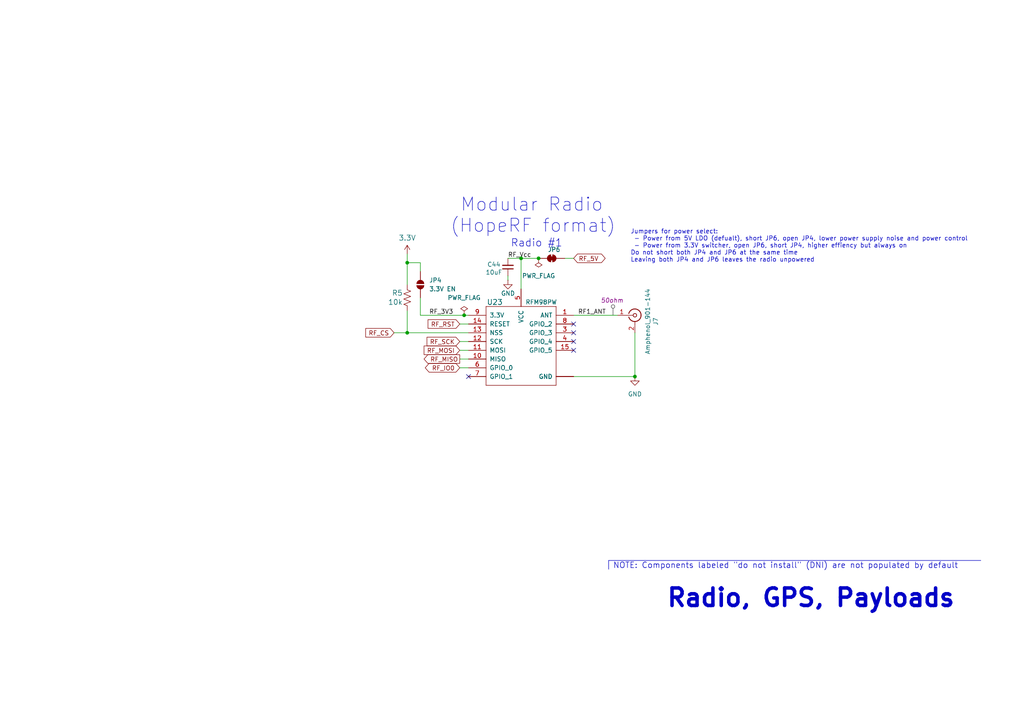
<source format=kicad_sch>
(kicad_sch (version 20250114) (generator "eeschema") (generator_version "9.0")
  (paper "A4")
  (title_block (title "PiCubed Mainboard") (date "2025-04-04") (rev "6.4") (company "Stanford Student Space Initiative") (comment 1 "Ethan Brinser"))
  (lib_symbols
    (symbol "Connector:Conn_Coaxial" (pin_names (offset 1.016) (hide yes))
      (property "Reference" "J" (at 0.254 3.048 0))
      (property "Value" "Conn_Coaxial" (at 2.921 0 90))
      (symbol "Conn_Coaxial_0_1"
        (polyline (pts (xy -2.54 0) (xy -0.508 0)))
        (arc (start 1.778 0) (mid 0.222 -1.8079) (end -1.778 -0.508) (stroke (width 0.254)))
        (arc (start -1.778 0.508) (mid 0.2221 1.8084) (end 1.778 0) (stroke (width 0.254)))
        (circle (center 0 0) (radius 0.508) (stroke (width 0.2032)))
        (polyline (pts (xy 0 -2.54) (xy 0 -1.778)))
      )
      (symbol "Conn_Coaxial_1_1"
        (pin passive line (at -5.08 0 0) (length 2.54) (name "In") (number "1"))
        (pin passive line (at 0 -5.08 90) (length 2.54) (name "Ext") (number "2"))
      )
    )
    (symbol "Device:C_Small" (pin_numbers (hide yes)) (pin_names (offset 0.254) (hide yes))
      (property "Reference" "C" (at 0.254 1.778 0))
      (property "Value" "C_Small" (at 0.254 -2.032 0))
      (symbol "C_Small_0_1"
        (polyline (pts (xy -1.524 0.508) (xy 1.524 0.508)) (stroke (width 0.3048)))
        (polyline (pts (xy -1.524 -0.508) (xy 1.524 -0.508)) (stroke (width 0.3302)))
      )
      (symbol "C_Small_1_1"
        (pin passive line (at 0 2.54 270) (length 2.032) (name "~") (number "1"))
        (pin passive line (at 0 -2.54 90) (length 2.032) (name "~") (number "2"))
      )
    )
    (symbol "Device:R_US" (pin_numbers (hide yes)) (pin_names (offset 0))
      (property "Reference" "R" (at 2.54 0 90))
      (property "Value" "R_US" (at -2.54 0 90))
      (symbol "R_US_0_1"
        (polyline (pts (xy 0 2.286) (xy 0 2.54)))
        (polyline (pts (xy 0 2.286) (xy 1.016 1.905) (xy 0 1.524) (xy -1.016 1.143) (xy 0 0.762)))
        (polyline (pts (xy 0 0.762) (xy 1.016 0.381) (xy 0 0) (xy -1.016 -0.381) (xy 0 -0.762)))
        (polyline (pts (xy 0 -0.762) (xy 1.016 -1.143) (xy 0 -1.524) (xy -1.016 -1.905) (xy 0 -2.286)))
        (polyline (pts (xy 0 -2.286) (xy 0 -2.54)))
      )
      (symbol "R_US_1_1"
        (pin passive line (at 0 3.81 270) (length 1.27) (name "~") (number "1"))
        (pin passive line (at 0 -3.81 90) (length 1.27) (name "~") (number "2"))
      )
    )
    (symbol "Jumper:SolderJumper_2_Bridged" (pin_numbers (hide yes)) (pin_names (offset 0) (hide yes)) (exclude_from_sim yes) (in_bom no)
      (property "Reference" "JP" (at 0 2.032 0))
      (property "Value" "SolderJumper_2_Bridged" (at 0 -2.54 0))
      (symbol "SolderJumper_2_Bridged_0_1"
        (rectangle (start -0.508 0.508) (end 0.508 -0.508) (fill (type outline)))
        (polyline (pts (xy -0.254 1.016) (xy -0.254 -1.016)))
        (arc (start -0.254 -1.016) (mid -1.2656 0) (end -0.254 1.016))
        (arc (start -0.254 -1.016) (mid -1.2656 0) (end -0.254 1.016) (fill (type outline)))
        (arc (start 0.254 1.016) (mid 1.2656 0) (end 0.254 -1.016))
        (arc (start 0.254 1.016) (mid 1.2656 0) (end 0.254 -1.016) (fill (type outline)))
        (polyline (pts (xy 0.254 1.016) (xy 0.254 -1.016)))
      )
      (symbol "SolderJumper_2_Bridged_1_1"
        (pin passive line (at -3.81 0 0) (length 2.54) (name "A") (number "1"))
        (pin passive line (at 3.81 0 180) (length 2.54) (name "B") (number "2"))
      )
    )
    (symbol "Jumper:SolderJumper_2_Open" (pin_numbers (hide yes)) (pin_names (offset 0) (hide yes)) (exclude_from_sim yes) (in_bom no)
      (property "Reference" "JP" (at 0 2.032 0))
      (property "Value" "SolderJumper_2_Open" (at 0 -2.54 0))
      (symbol "SolderJumper_2_Open_0_1"
        (polyline (pts (xy -0.254 1.016) (xy -0.254 -1.016)))
        (arc (start -0.254 -1.016) (mid -1.2656 0) (end -0.254 1.016))
        (arc (start -0.254 -1.016) (mid -1.2656 0) (end -0.254 1.016) (fill (type outline)))
        (arc (start 0.254 1.016) (mid 1.2656 0) (end 0.254 -1.016))
        (arc (start 0.254 1.016) (mid 1.2656 0) (end 0.254 -1.016) (fill (type outline)))
        (polyline (pts (xy 0.254 1.016) (xy 0.254 -1.016)))
      )
      (symbol "SolderJumper_2_Open_1_1"
        (pin passive line (at -3.81 0 0) (length 2.54) (name "A") (number "1"))
        (pin passive line (at 3.81 0 180) (length 2.54) (name "B") (number "2"))
      )
    )
    (symbol "power:+3.3V" (power) (pin_numbers (hide yes)) (pin_names (offset 0) (hide yes))
      (property "Value" "+3.3V" (at 0 3.556 0))
      (symbol "+3.3V_0_1"
        (polyline (pts (xy -0.762 1.27) (xy 0 2.54)))
        (polyline (pts (xy 0 2.54) (xy 0.762 1.27)))
        (polyline (pts (xy 0 0) (xy 0 2.54)))
      )
      (symbol "+3.3V_1_1"
        (pin power_in line (at 0 0 90) (length 0) (name "~") (number "1"))
      )
    )
    (symbol "power:GND" (power) (pin_numbers (hide yes)) (pin_names (offset 0) (hide yes))
      (property "Value" "GND" (at 0 -3.81 0))
      (symbol "GND_0_1"
        (polyline (pts (xy 0 0) (xy 0 -1.27) (xy 1.27 -1.27) (xy 0 -2.54) (xy -1.27 -1.27) (xy 0 -1.27)))
      )
      (symbol "GND_1_1"
        (pin power_in line (at 0 0 270) (length 0) (name "~") (number "1"))
      )
    )
    (symbol "power:PWR_FLAG" (power) (pin_numbers (hide yes)) (pin_names (offset 0) (hide yes))
      (property "Value" "PWR_FLAG" (at 0 3.81 0))
      (symbol "PWR_FLAG_0_0"
        (pin power_out line (at 0 0 90) (length 0) (name "~") (number "1"))
      )
      (symbol "PWR_FLAG_0_1"
        (polyline (pts (xy 0 0) (xy 0 1.27) (xy -1.016 1.905) (xy 0 2.54) (xy 1.016 1.905) (xy 0 1.27)))
      )
    )
    (symbol "ssi_IC:RFM98PW" (pin_names (offset 1.016))
      (property "Reference" "U" (at -7.62 10.16 0))
      (symbol "RFM98PW_1_0"
        (polyline (pts (xy -7.62 10.16) (xy 12.7 10.16)))
        (polyline (pts (xy -7.62 -12.7) (xy -7.62 10.16)))
        (polyline (pts (xy 12.7 10.16) (xy 12.7 -12.7)))
        (polyline (pts (xy 12.7 -12.7) (xy -7.62 -12.7)))
        (pin power_in line (at -12.7 7.62 0) (length 5.08) (name "3.3V") (number "9"))
        (pin bidirectional line (at -12.7 5.08 0) (length 5.08) (name "RESET") (number "14"))
        (pin bidirectional line (at -12.7 2.54 0) (length 5.08) (name "NSS") (number "13"))
        (pin input line (at -12.7 0 0) (length 5.08) (name "SCK") (number "12"))
        (pin input line (at -12.7 -2.54 0) (length 5.08) (name "MOSI") (number "11"))
        (pin output line (at -12.7 -5.08 0) (length 5.08) (name "MISO") (number "10"))
        (pin bidirectional line (at -12.7 -7.62 0) (length 5.08) (name "GPIO_0") (number "6"))
        (pin bidirectional line (at -12.7 -10.16 0) (length 5.08) (name "GPIO_1") (number "7"))
        (pin power_in line (at 2.54 15.24 270) (length 5.08) (name "VCC") (number "5"))
        (pin bidirectional line (at 17.78 7.62 180) (length 5.08) (name "ANT") (number "1"))
        (pin bidirectional line (at 17.78 5.08 180) (length 5.08) (name "GPIO_2") (number "8"))
        (pin bidirectional line (at 17.78 2.54 180) (length 5.08) (name "GPIO_3") (number "3"))
        (pin bidirectional line (at 17.78 0 180) (length 5.08) (name "GPIO_4") (number "4"))
        (pin bidirectional line (at 17.78 -2.54 180) (length 5.08) (name "GPIO_5") (number "15"))
        (pin power_in line (at 17.78 -10.16 180) (length 5.08) (name "GND") (number "16"))
        (pin power_in line (at 17.78 -10.16 180) (length 5.08) (hide yes) (name "GND") (number "17"))
        (pin power_in line (at 17.78 -10.16 180) (length 5.08) (name "GND") (number "2"))
      )
    )
  )
  (text "Radio #1" (at 148.082 71.882 0) (effects (font (size 2.159 2.159)) (justify left bottom)))
  (text " Modular Radio \n(HopeRF format)" (at 130.556 67.818 0) (effects (font (size 3.81 3.81)) (justify left bottom)))
  (text "NOTE: Components labeled \"do not install\" (DNI) are not populated by default" (at 177.8 165.1 0) (effects (font (size 1.651 1.651)) (justify left bottom)))
  (text "Jumpers for power select:\n - Power from 5V LDO (defualt), short JP6, open JP4, lower power supply noise and power control\n - Power from 3.3V switcher, open JP6, short JP4, higher effiency but always on\nDo not short both JP4 and JP6 at the same time\nLeaving both JP4 and JP6 leaves the radio unpowered" (at 182.88 76.2 0) (effects (font (size 1.27 1.27)) (justify left bottom)))
  (text "Radio, GPS, Payloads" (at 193.04 176.53 0) (effects (font (size 5.08 5.08) (thickness 1.016) (bold yes)) (justify left bottom)))
  (junction (at 118.11 96.52))
  (junction (at 151.13 74.93))
  (junction (at 118.11 76.2))
  (junction (at 156.21 74.93))
  (junction (at 184.15 109.22))
  (junction (at 134.62 91.44))
  (no_connect (at 166.37 101.6))
  (no_connect (at 135.89 109.22))
  (no_connect (at 166.37 96.52))
  (no_connect (at 166.37 93.98))
  (no_connect (at 166.37 99.06))
  (wire (pts (xy 166.37 109.22) (xy 184.15 109.22)))
  (wire (pts (xy 114.3 96.52) (xy 118.11 96.52)))
  (wire (pts (xy 118.11 90.17) (xy 118.11 96.52)))
  (wire (pts (xy 121.92 91.44) (xy 134.62 91.44)))
  (wire (pts (xy 118.11 76.2) (xy 118.11 73.66)))
  (wire (pts (xy 147.32 74.93) (xy 151.13 74.93)))
  (wire (pts (xy 121.92 91.44) (xy 121.92 86.36)))
  (wire (pts (xy 184.15 96.52) (xy 184.15 109.22)))
  (polyline (pts (xy 176.53 162.56) (xy 284.48 162.56)))
  (wire (pts (xy 118.11 96.52) (xy 135.89 96.52)))
  (wire (pts (xy 121.92 76.2) (xy 121.92 78.74)))
  (wire (pts (xy 118.11 76.2) (xy 118.11 82.55)))
  (wire (pts (xy 118.11 76.2) (xy 121.92 76.2)))
  (wire (pts (xy 163.83 74.93) (xy 166.37 74.93)))
  (wire (pts (xy 147.32 80.01) (xy 147.32 81.28)))
  (wire (pts (xy 133.35 106.68) (xy 135.89 106.68)))
  (wire (pts (xy 166.37 91.44) (xy 179.07 91.44)))
  (wire (pts (xy 151.13 74.93) (xy 156.21 74.93)))
  (wire (pts (xy 135.89 101.6) (xy 133.35 101.6)))
  (wire (pts (xy 135.89 93.98) (xy 133.35 93.98)))
  (wire (pts (xy 151.13 74.93) (xy 151.13 83.82)))
  (wire (pts (xy 134.62 91.44) (xy 135.89 91.44)))
  (wire (pts (xy 135.89 104.14) (xy 133.35 104.14)))
  (wire (pts (xy 135.89 99.06) (xy 133.35 99.06)))
  (polyline (pts (xy 176.53 165.1) (xy 176.53 162.56)))
  (label "RF_Vcc" (at 147.32 74.93 0))
  (label "RF1_ANT" (at 167.64 91.44 0))
  (label "RF_3V3" (at 124.46 91.44 0))
  (global_label "RF_MOSI" (shape input) (at 133.35 101.6 180) (property "Intersheetrefs" "${INTERSHEET_REFS}" (effects (hide yes))))
  (global_label "RF_IO0" (shape bidirectional) (at 133.35 106.68 180) (property "Intersheetrefs" "${INTERSHEET_REFS}" (effects (hide yes))))
  (global_label "RF_5V" (shape bidirectional) (at 166.37 74.93 0) (property "Intersheetrefs" "${INTERSHEET_REFS}" (effects (hide yes))))
  (global_label "RF_RST" (shape input) (at 133.35 93.98 180) (property "Intersheetrefs" "${INTERSHEET_REFS}" (effects (hide yes))))
  (global_label "RF_SCK" (shape input) (at 133.35 99.06 180) (property "Intersheetrefs" "${INTERSHEET_REFS}" (effects (hide yes))))
  (global_label "RF_MISO" (shape output) (at 133.35 104.14 180) (property "Intersheetrefs" "${INTERSHEET_REFS}" (effects (hide yes))))
  (global_label "RF_CS" (shape input) (at 114.3 96.52 180) (property "Intersheetrefs" "${INTERSHEET_REFS}" (effects (hide yes))))
  (netclass_flag "" (length 2.54) (shape round) (at 177.8 91.44 0) (property "Netclass" "50ohm" (at 180.848 87.122 0) (effects (font (italic yes)) (justify right))))
  (symbol (lib_id "Connector:Conn_Coaxial") (at 184.15 91.44 0) (unit 1)
    (property "Reference" "J7" (at 190.1698 93.2434 90))
    (property "Value" "Amphenol_901-144" (at 187.8584 93.2434 90))
    (property "Footprint" "ssi_connector:SMA_Amphenol_901-144_horizontal" (effects (hide yes)))
    (property "Datasheet" "https://www.amphenolrf.com/library/download/link/link_id/593640/parent/901-144/" (effects (hide yes)))
    (property "Description" "Amphenol RF SMA" (effects (hide yes)))
    (property "Flight" "901-144" (effects (hide yes)))
    (property "Manufacturer_Name" "Amphenol" (effects (hide yes)))
    (property "Manufacturer_Part_Number" "901-144" (effects (hide yes)))
    (property "Proto" "901-144" (effects (hide yes)))
  )
  (symbol (lib_id "ssi_IC:RFM98PW") (at 148.59 99.06 0) (unit 1)
    (property "Reference" "U23" (at 143.51 87.63 0) (effects (font (size 1.4986 1.4986))))
    (property "Value" "RFM98PW" (at 156.972 87.63 0))
    (property "Footprint" "ssi_IC:RFM98PW" (effects (hide yes)))
    (property "Datasheet" "https://www.hoperf.com/modules/lora/RFM98PW.html" (effects (hide yes)))
    (property "Description" "433 MHz 1W Radio" (effects (hide yes)))
    (property "Datasheet 2" "https://cdn.sparkfun.com/assets/learn_tutorials/8/0/4/RFM95_96_97_98W.pdf" (effects (hide yes)))
    (property "Flight" "RFM98PW" (effects (hide yes)))
    (property "Manufacturer_Name" "HopeRF" (effects (hide yes)))
    (property "Manufacturer_Part_Number" "RFM98PW" (effects (hide yes)))
    (property "Proto" "RFM98PW" (effects (hide yes)))
  )
  (symbol (lib_id "Device:R_US") (at 118.11 86.36 0) (unit 1)
    (property "Reference" "R5" (at 116.84 84.963 0) (effects (font (size 1.4986 1.4986)) (justify right)))
    (property "Value" "10k" (at 116.84 87.63 0) (effects (font (size 1.4986 1.4986)) (justify right)))
    (property "Footprint" "Resistor_SMD:R_0603_1608Metric" (effects (hide yes)))
    (property "Description" "Resistor, US symbol" (effects (hide yes)))
  )
  (symbol (lib_id "power:+3.3V") (at 118.11 73.66 0) (unit 1)
    (property "Reference" "#SUPPLY?" (effects (hide yes)))
    (property "Value" "3.3V" (at 115.57 69.85 0) (effects (font (size 1.4986 1.4986)) (justify left bottom)))
    (property "Description" "Power symbol creates a global label with name \"+3.3V\"" (effects (hide yes)))
  )
  (symbol (lib_id "Device:C_Small") (at 147.32 77.47 180) (unit 1)
    (property "Reference" "C44" (at 143.256 76.708 0))
    (property "Value" "10uF" (at 143.256 78.994 0))
    (property "Footprint" "Capacitor_SMD:C_0603_1608Metric" (effects (hide yes)))
    (property "Description" "10uF +-20% 10V X5R" (effects (hide yes)))
  )
  (symbol (lib_id "Jumper:SolderJumper_2_Bridged") (at 160.02 74.93 0) (mirror y) (unit 1) (exclude_from_sim yes) (in_bom no)
    (property "Reference" "JP6" (at 162.56 72.39 0) (effects (justify left)))
    (property "Value" "Jumper_3_Bridged12" (effects (hide yes)))
    (property "Footprint" "Jumper:SolderJumper-2_P1.3mm_Bridged_RoundedPad1.0x1.5mm" (effects (hide yes)))
    (property "Description" "Vertical Header - 0.1in (2.54mm)" (effects (hide yes)))
    (property "DNI" "DNI" (effects (hide yes)))
  )
  (symbol (lib_id "Jumper:SolderJumper_2_Open") (at 121.92 82.55 90) (unit 1) (exclude_from_sim yes) (in_bom no)
    (property "Reference" "JP4" (at 124.46 81.28 90) (effects (justify right)))
    (property "Value" "3.3V EN" (at 124.46 83.82 90) (effects (justify right)))
    (property "Footprint" "Jumper:SolderJumper-2_P1.3mm_Open_RoundedPad1.0x1.5mm" (effects (hide yes)))
  )
  (symbol (lib_id "power:GND") (at 147.32 81.28 0) (unit 1)
    (property "Reference" "#PWR?" (effects (hide yes)))
    (property "Value" "GND" (at 145.288 85.09 0) (effects (justify left)))
  )
  (symbol (lib_id "power:GND") (at 184.15 109.22 0) (unit 1)
    (property "Reference" "#PWR?" (effects (hide yes)))
    (property "Value" "GND" (at 184.15 114.3 0))
  )
  (symbol (lib_id "power:PWR_FLAG") (at 156.21 74.93 180) (unit 1)
    (property "Reference" "#FLG?" (effects (hide yes)))
    (property "Value" "PWR_FLAG" (at 156.21 80.01 0))
  )
  (symbol (lib_id "power:PWR_FLAG") (at 134.62 91.44 0) (unit 1)
    (property "Reference" "#FLG?" (effects (hide yes)))
    (property "Value" "PWR_FLAG" (at 134.62 86.36 0))
  )
)
</source>
